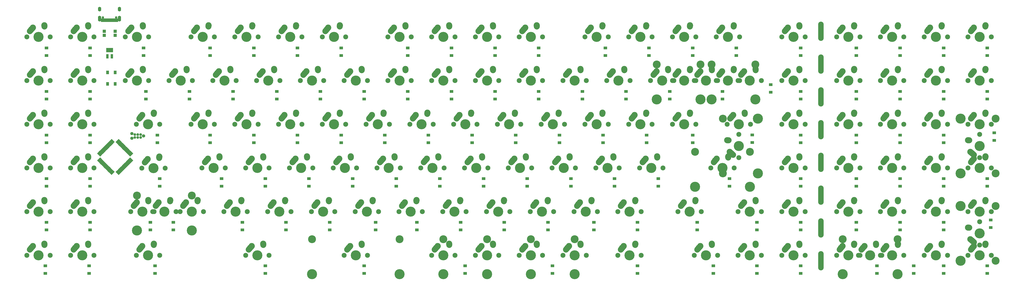
<source format=gbs>
G04 #@! TF.GenerationSoftware,KiCad,Pcbnew,(5.0.0-rc2-dev-733-g23a9fcd91)*
G04 #@! TF.CreationDate,2018-05-31T02:42:35-04:00*
G04 #@! TF.ProjectId,100plus,313030706C75732E6B696361645F7063,rev?*
G04 #@! TF.SameCoordinates,Original*
G04 #@! TF.FileFunction,Soldermask,Bot*
G04 #@! TF.FilePolarity,Negative*
%FSLAX45Y45*%
G04 Gerber Fmt 4.5, Leading zero omitted, Abs format (unit mm)*
G04 Created by KiCad (PCBNEW (5.0.0-rc2-dev-733-g23a9fcd91)) date 05/31/18 02:42:35*
%MOMM*%
%LPD*%
G01*
G04 APERTURE LIST*
%ADD10R,1.600000X1.300000*%
%ADD11C,2.650000*%
%ADD12C,2.650000*%
%ADD13C,4.387800*%
%ADD14C,2.150000*%
%ADD15C,3.448000*%
%ADD16O,2.400000X8.400000*%
%ADD17R,1.300000X1.600000*%
%ADD18R,0.700000X1.550000*%
%ADD19R,1.000000X1.550000*%
%ADD20O,1.400000X2.500000*%
%ADD21C,1.050000*%
%ADD22O,1.400000X2.000000*%
%ADD23C,1.184860*%
%ADD24C,1.388060*%
%ADD25C,1.385520*%
%ADD26R,1.400000X1.395000*%
%ADD27R,1.050000X1.960000*%
%ADD28C,0.950000*%
%ADD29C,0.100000*%
G04 APERTURE END LIST*
D10*
X11700000Y-15235000D03*
X11700000Y-15565000D03*
D11*
X11682000Y-14300625D03*
D12*
X11680000Y-14329625D02*
X11684000Y-14271625D01*
D11*
X11684000Y-14271625D03*
X11114500Y-14452625D03*
D12*
X11049000Y-14525625D02*
X11180000Y-14379625D01*
D13*
X11430000Y-14779625D03*
D11*
X11180000Y-14379625D03*
D14*
X10922000Y-14779625D03*
X11938000Y-14779625D03*
D13*
X37388800Y-15589250D03*
X35001200Y-15589250D03*
D15*
X37388800Y-14065250D03*
X35001200Y-14065250D03*
D14*
X36703000Y-14763750D03*
X35687000Y-14763750D03*
D11*
X35945000Y-14363750D03*
D13*
X36195000Y-14763750D03*
D11*
X35879500Y-14436750D03*
D12*
X35814000Y-14509750D02*
X35945000Y-14363750D01*
D11*
X36449000Y-14255750D03*
X36447000Y-14284750D03*
D12*
X36445000Y-14313750D02*
X36449000Y-14255750D01*
D10*
X32900000Y-13335000D03*
X32900000Y-13665000D03*
D16*
X40481250Y-17383125D03*
D17*
X9763125Y-10600000D03*
X9433125Y-10600000D03*
X9763125Y-11100000D03*
X9433125Y-11100000D03*
D10*
X6776250Y-9865000D03*
X6776250Y-9535000D03*
X8676250Y-9535000D03*
X8676250Y-9865000D03*
X11000000Y-9865000D03*
X11000000Y-9535000D03*
X13900000Y-9535000D03*
X13900000Y-9865000D03*
X15800000Y-9865000D03*
X15800000Y-9535000D03*
X17700000Y-9535000D03*
X17700000Y-9865000D03*
X19600000Y-9865000D03*
X19600000Y-9535000D03*
X22500000Y-9535000D03*
X22500000Y-9865000D03*
X24400000Y-9865000D03*
X24400000Y-9535000D03*
X26300000Y-9865000D03*
X26300000Y-9535000D03*
X28200000Y-9865000D03*
X28200000Y-9535000D03*
X31100000Y-9535000D03*
X31100000Y-9865000D03*
X33000000Y-9865000D03*
X33000000Y-9535000D03*
X34900000Y-9535000D03*
X34900000Y-9865000D03*
X36800000Y-9865000D03*
X36800000Y-9535000D03*
X39600000Y-9535000D03*
X39600000Y-9865000D03*
X42023750Y-9865000D03*
X42023750Y-9535000D03*
X43923750Y-9535000D03*
X43923750Y-9865000D03*
X45823750Y-9865000D03*
X45823750Y-9535000D03*
X47723750Y-9535000D03*
X47723750Y-9865000D03*
X6776250Y-11765000D03*
X6776250Y-11435000D03*
X8676250Y-11435000D03*
X8676250Y-11765000D03*
X11100000Y-11765000D03*
X11100000Y-11435000D03*
X13000000Y-11435000D03*
X13000000Y-11765000D03*
X14900000Y-11765000D03*
X14900000Y-11435000D03*
X16800000Y-11435000D03*
X16800000Y-11765000D03*
X18700000Y-11765000D03*
X18700000Y-11435000D03*
X20600000Y-11435000D03*
X20600000Y-11765000D03*
X22500000Y-11765000D03*
X22500000Y-11435000D03*
X24400000Y-11435000D03*
X24400000Y-11765000D03*
X26300000Y-11435000D03*
X26300000Y-11765000D03*
X28200000Y-11435000D03*
X28200000Y-11765000D03*
X30100000Y-11765000D03*
X30100000Y-11435000D03*
X32000000Y-11435000D03*
X32000000Y-11765000D03*
X33900000Y-11765000D03*
X33900000Y-11435000D03*
X36200000Y-11435000D03*
X36200000Y-11765000D03*
X38300000Y-11465000D03*
X38300000Y-11135000D03*
X39600000Y-11435000D03*
X39600000Y-11765000D03*
X42023750Y-11765000D03*
X42023750Y-11435000D03*
X43923750Y-11435000D03*
X43923750Y-11765000D03*
X45823750Y-11435000D03*
X45823750Y-11765000D03*
X47723750Y-11435000D03*
X47723750Y-11765000D03*
X6776250Y-13665000D03*
X6776250Y-13335000D03*
X8676250Y-13335000D03*
X8676250Y-13665000D03*
X11600000Y-13665000D03*
X11600000Y-13335000D03*
X13900000Y-13335000D03*
X13900000Y-13665000D03*
X15800000Y-13665000D03*
X15800000Y-13335000D03*
X17700000Y-13335000D03*
X17700000Y-13665000D03*
X19600000Y-13665000D03*
X19600000Y-13335000D03*
X21500000Y-13335000D03*
X21500000Y-13665000D03*
X23400000Y-13665000D03*
X23400000Y-13335000D03*
X25300000Y-13335000D03*
X25300000Y-13665000D03*
X27200000Y-13665000D03*
X27200000Y-13335000D03*
X29100000Y-13335000D03*
X29100000Y-13665000D03*
X31000000Y-13665000D03*
X31000000Y-13335000D03*
X34900000Y-13665000D03*
X34900000Y-13335000D03*
X37497000Y-13326000D03*
X37497000Y-13656000D03*
X39600000Y-13665000D03*
X39600000Y-13335000D03*
X42023750Y-13335000D03*
X42023750Y-13665000D03*
X43923750Y-13665000D03*
X43923750Y-13335000D03*
X45823750Y-13335000D03*
X45823750Y-13665000D03*
X48023750Y-13565000D03*
X48023750Y-13235000D03*
X6776250Y-15235000D03*
X6776250Y-15565000D03*
X8676250Y-15565000D03*
X8676250Y-15235000D03*
X14400000Y-15565000D03*
X14400000Y-15235000D03*
X16300000Y-15235000D03*
X16300000Y-15565000D03*
X18200000Y-15565000D03*
X18200000Y-15235000D03*
X20100000Y-15235000D03*
X20100000Y-15565000D03*
X22000000Y-15565000D03*
X22000000Y-15235000D03*
X23900000Y-15235000D03*
X23900000Y-15565000D03*
X25800000Y-15565000D03*
X25800000Y-15235000D03*
X27700000Y-15565000D03*
X27700000Y-15235000D03*
X29600000Y-15565000D03*
X29600000Y-15235000D03*
X31500000Y-15235000D03*
X31500000Y-15565000D03*
X33400000Y-15565000D03*
X33400000Y-15235000D03*
X36500000Y-15235000D03*
X36500000Y-15565000D03*
X39600000Y-15565000D03*
X39600000Y-15235000D03*
X42023750Y-15235000D03*
X42023750Y-15565000D03*
X43923750Y-15565000D03*
X43923750Y-15235000D03*
X45823750Y-15235000D03*
X45823750Y-15565000D03*
X47723750Y-15565000D03*
X47723750Y-15235000D03*
X6776250Y-17465000D03*
X6776250Y-17135000D03*
X8676250Y-17465000D03*
X8676250Y-17135000D03*
X11300000Y-17465000D03*
X11300000Y-17135000D03*
X12300000Y-17135000D03*
X12300000Y-17465000D03*
X15300000Y-17465000D03*
X15300000Y-17135000D03*
X17200000Y-17135000D03*
X17200000Y-17465000D03*
X19100000Y-17135000D03*
X19100000Y-17465000D03*
X21100000Y-17465000D03*
X21100000Y-17135000D03*
X22900000Y-17135000D03*
X22900000Y-17465000D03*
X24800000Y-17135000D03*
X24800000Y-17465000D03*
X26700000Y-17135000D03*
X26700000Y-17465000D03*
X28600000Y-17135000D03*
X28600000Y-17465000D03*
X30600000Y-17135000D03*
X30600000Y-17465000D03*
X32500000Y-17135000D03*
X32500000Y-17465000D03*
X35100000Y-17465000D03*
X35100000Y-17135000D03*
X37700000Y-17465000D03*
X37700000Y-17135000D03*
X39600000Y-17135000D03*
X39600000Y-17465000D03*
X42023750Y-17135000D03*
X42023750Y-17465000D03*
X43923750Y-17135000D03*
X43923750Y-17465000D03*
X45823750Y-17135000D03*
X45823750Y-17465000D03*
X47873750Y-17365000D03*
X47873750Y-17035000D03*
X6726250Y-19365000D03*
X6726250Y-19035000D03*
X8626250Y-19365000D03*
X8626250Y-19035000D03*
X11500000Y-19035000D03*
X11500000Y-19365000D03*
X16300000Y-19035000D03*
X16300000Y-19365000D03*
X20600000Y-19365000D03*
X20600000Y-19035000D03*
X25000000Y-19365000D03*
X25000000Y-19035000D03*
X28800000Y-19365000D03*
X28800000Y-19035000D03*
X32500000Y-19035000D03*
X32500000Y-19365000D03*
X35800000Y-19365000D03*
X35800000Y-19035000D03*
X37700000Y-19365000D03*
X37700000Y-19035000D03*
X39600000Y-19365000D03*
X39600000Y-19035000D03*
X42923750Y-19365000D03*
X42923750Y-19035000D03*
X44523750Y-19365000D03*
X44523750Y-19035000D03*
X45823750Y-19035000D03*
X45823750Y-19365000D03*
X47723750Y-19365000D03*
X47723750Y-19035000D03*
D18*
X9492380Y-8326400D03*
D19*
X9837380Y-8326400D03*
X9757380Y-8326400D03*
X9277380Y-8326400D03*
D20*
X9085380Y-8259900D03*
D21*
X9228380Y-8209900D03*
D20*
X9949380Y-8259900D03*
D22*
X9085380Y-7841900D03*
X9949380Y-7841900D03*
D19*
X9197380Y-8326400D03*
D21*
X9806380Y-8209900D03*
D18*
X9542380Y-8326400D03*
X9592380Y-8326400D03*
X9642380Y-8326400D03*
X9692380Y-8326400D03*
X9442380Y-8326400D03*
X9392380Y-8326400D03*
X9342380Y-8326400D03*
D14*
X6937375Y-9048750D03*
X5921375Y-9048750D03*
D11*
X6179375Y-8648750D03*
D13*
X6429375Y-9048750D03*
D11*
X6113875Y-8721750D03*
D12*
X6048375Y-8794750D02*
X6179375Y-8648750D01*
D11*
X6683375Y-8540750D03*
X6681375Y-8569750D03*
D12*
X6679375Y-8598750D02*
X6683375Y-8540750D01*
D14*
X8842375Y-9048750D03*
X7826375Y-9048750D03*
D11*
X8084375Y-8648750D03*
D13*
X8334375Y-9048750D03*
D11*
X8018875Y-8721750D03*
D12*
X7953375Y-8794750D02*
X8084375Y-8648750D01*
D11*
X8588375Y-8540750D03*
X8586375Y-8569750D03*
D12*
X8584375Y-8598750D02*
X8588375Y-8540750D01*
D11*
X10967625Y-8569750D03*
D12*
X10965625Y-8598750D02*
X10969625Y-8540750D01*
D11*
X10969625Y-8540750D03*
X10400125Y-8721750D03*
D12*
X10334625Y-8794750D02*
X10465625Y-8648750D01*
D13*
X10715625Y-9048750D03*
D11*
X10465625Y-8648750D03*
D14*
X10207625Y-9048750D03*
X11223625Y-9048750D03*
X14081125Y-9048750D03*
X13065125Y-9048750D03*
D11*
X13323125Y-8648750D03*
D13*
X13573125Y-9048750D03*
D11*
X13257625Y-8721750D03*
D12*
X13192125Y-8794750D02*
X13323125Y-8648750D01*
D11*
X13827125Y-8540750D03*
X13825125Y-8569750D03*
D12*
X13823125Y-8598750D02*
X13827125Y-8540750D01*
D14*
X15986125Y-9048750D03*
X14970125Y-9048750D03*
D11*
X15228125Y-8648750D03*
D13*
X15478125Y-9048750D03*
D11*
X15162625Y-8721750D03*
D12*
X15097125Y-8794750D02*
X15228125Y-8648750D01*
D11*
X15732125Y-8540750D03*
X15730125Y-8569750D03*
D12*
X15728125Y-8598750D02*
X15732125Y-8540750D01*
D11*
X17635125Y-8569750D03*
D12*
X17633125Y-8598750D02*
X17637125Y-8540750D01*
D11*
X17637125Y-8540750D03*
X17067625Y-8721750D03*
D12*
X17002125Y-8794750D02*
X17133125Y-8648750D01*
D13*
X17383125Y-9048750D03*
D11*
X17133125Y-8648750D03*
D14*
X16875125Y-9048750D03*
X17891125Y-9048750D03*
D11*
X19540125Y-8569750D03*
D12*
X19538125Y-8598750D02*
X19542125Y-8540750D01*
D11*
X19542125Y-8540750D03*
X18972625Y-8721750D03*
D12*
X18907125Y-8794750D02*
X19038125Y-8648750D01*
D13*
X19288125Y-9048750D03*
D11*
X19038125Y-8648750D03*
D14*
X18780125Y-9048750D03*
X19796125Y-9048750D03*
X22653625Y-9048750D03*
X21637625Y-9048750D03*
D11*
X21895625Y-8648750D03*
D13*
X22145625Y-9048750D03*
D11*
X21830125Y-8721750D03*
D12*
X21764625Y-8794750D02*
X21895625Y-8648750D01*
D11*
X22399625Y-8540750D03*
X22397625Y-8569750D03*
D12*
X22395625Y-8598750D02*
X22399625Y-8540750D01*
D11*
X24302625Y-8569750D03*
D12*
X24300625Y-8598750D02*
X24304625Y-8540750D01*
D11*
X24304625Y-8540750D03*
X23735125Y-8721750D03*
D12*
X23669625Y-8794750D02*
X23800625Y-8648750D01*
D13*
X24050625Y-9048750D03*
D11*
X23800625Y-8648750D03*
D14*
X23542625Y-9048750D03*
X24558625Y-9048750D03*
X26463625Y-9048750D03*
X25447625Y-9048750D03*
D11*
X25705625Y-8648750D03*
D13*
X25955625Y-9048750D03*
D11*
X25640125Y-8721750D03*
D12*
X25574625Y-8794750D02*
X25705625Y-8648750D01*
D11*
X26209625Y-8540750D03*
X26207625Y-8569750D03*
D12*
X26205625Y-8598750D02*
X26209625Y-8540750D01*
D14*
X28368625Y-9048750D03*
X27352625Y-9048750D03*
D11*
X27610625Y-8648750D03*
D13*
X27860625Y-9048750D03*
D11*
X27545125Y-8721750D03*
D12*
X27479625Y-8794750D02*
X27610625Y-8648750D01*
D11*
X28114625Y-8540750D03*
X28112625Y-8569750D03*
D12*
X28110625Y-8598750D02*
X28114625Y-8540750D01*
D11*
X30970125Y-8569750D03*
D12*
X30968125Y-8598750D02*
X30972125Y-8540750D01*
D11*
X30972125Y-8540750D03*
X30402625Y-8721750D03*
D12*
X30337125Y-8794750D02*
X30468125Y-8648750D01*
D13*
X30718125Y-9048750D03*
D11*
X30468125Y-8648750D03*
D14*
X30210125Y-9048750D03*
X31226125Y-9048750D03*
X33131125Y-9048750D03*
X32115125Y-9048750D03*
D11*
X32373125Y-8648750D03*
D13*
X32623125Y-9048750D03*
D11*
X32307625Y-8721750D03*
D12*
X32242125Y-8794750D02*
X32373125Y-8648750D01*
D11*
X32877125Y-8540750D03*
X32875125Y-8569750D03*
D12*
X32873125Y-8598750D02*
X32877125Y-8540750D01*
D11*
X34780125Y-8569750D03*
D12*
X34778125Y-8598750D02*
X34782125Y-8540750D01*
D11*
X34782125Y-8540750D03*
X34212625Y-8721750D03*
D12*
X34147125Y-8794750D02*
X34278125Y-8648750D01*
D13*
X34528125Y-9048750D03*
D11*
X34278125Y-8648750D03*
D14*
X34020125Y-9048750D03*
X35036125Y-9048750D03*
D11*
X36685125Y-8569750D03*
D12*
X36683125Y-8598750D02*
X36687125Y-8540750D01*
D11*
X36687125Y-8540750D03*
X36117625Y-8721750D03*
D12*
X36052125Y-8794750D02*
X36183125Y-8648750D01*
D13*
X36433125Y-9048750D03*
D11*
X36183125Y-8648750D03*
D14*
X35925125Y-9048750D03*
X36941125Y-9048750D03*
X39798625Y-9048750D03*
X38782625Y-9048750D03*
D11*
X39040625Y-8648750D03*
D13*
X39290625Y-9048750D03*
D11*
X38975125Y-8721750D03*
D12*
X38909625Y-8794750D02*
X39040625Y-8648750D01*
D11*
X39544625Y-8540750D03*
X39542625Y-8569750D03*
D12*
X39540625Y-8598750D02*
X39544625Y-8540750D01*
D14*
X42179875Y-9048750D03*
X41163875Y-9048750D03*
D11*
X41421875Y-8648750D03*
D13*
X41671875Y-9048750D03*
D11*
X41356375Y-8721750D03*
D12*
X41290875Y-8794750D02*
X41421875Y-8648750D01*
D11*
X41925875Y-8540750D03*
X41923875Y-8569750D03*
D12*
X41921875Y-8598750D02*
X41925875Y-8540750D01*
D14*
X44084875Y-9048750D03*
X43068875Y-9048750D03*
D11*
X43326875Y-8648750D03*
D13*
X43576875Y-9048750D03*
D11*
X43261375Y-8721750D03*
D12*
X43195875Y-8794750D02*
X43326875Y-8648750D01*
D11*
X43830875Y-8540750D03*
X43828875Y-8569750D03*
D12*
X43826875Y-8598750D02*
X43830875Y-8540750D01*
D11*
X45733875Y-8569750D03*
D12*
X45731875Y-8598750D02*
X45735875Y-8540750D01*
D11*
X45735875Y-8540750D03*
X45166375Y-8721750D03*
D12*
X45100875Y-8794750D02*
X45231875Y-8648750D01*
D13*
X45481875Y-9048750D03*
D11*
X45231875Y-8648750D03*
D14*
X44973875Y-9048750D03*
X45989875Y-9048750D03*
D11*
X47638875Y-8569750D03*
D12*
X47636875Y-8598750D02*
X47640875Y-8540750D01*
D11*
X47640875Y-8540750D03*
X47071375Y-8721750D03*
D12*
X47005875Y-8794750D02*
X47136875Y-8648750D01*
D13*
X47386875Y-9048750D03*
D11*
X47136875Y-8648750D03*
D14*
X46878875Y-9048750D03*
X47894875Y-9048750D03*
D11*
X6681375Y-10474750D03*
D12*
X6679375Y-10503750D02*
X6683375Y-10445750D01*
D11*
X6683375Y-10445750D03*
X6113875Y-10626750D03*
D12*
X6048375Y-10699750D02*
X6179375Y-10553750D01*
D13*
X6429375Y-10953750D03*
D11*
X6179375Y-10553750D03*
D14*
X5921375Y-10953750D03*
X6937375Y-10953750D03*
X8842375Y-10953750D03*
X7826375Y-10953750D03*
D11*
X8084375Y-10553750D03*
D13*
X8334375Y-10953750D03*
D11*
X8018875Y-10626750D03*
D12*
X7953375Y-10699750D02*
X8084375Y-10553750D01*
D11*
X8588375Y-10445750D03*
X8586375Y-10474750D03*
D12*
X8584375Y-10503750D02*
X8588375Y-10445750D01*
D11*
X10967625Y-10474750D03*
D12*
X10965625Y-10503750D02*
X10969625Y-10445750D01*
D11*
X10969625Y-10445750D03*
X10400125Y-10626750D03*
D12*
X10334625Y-10699750D02*
X10465625Y-10553750D01*
D13*
X10715625Y-10953750D03*
D11*
X10465625Y-10553750D03*
D14*
X10207625Y-10953750D03*
X11223625Y-10953750D03*
X13128625Y-10953750D03*
X12112625Y-10953750D03*
D11*
X12370625Y-10553750D03*
D13*
X12620625Y-10953750D03*
D11*
X12305125Y-10626750D03*
D12*
X12239625Y-10699750D02*
X12370625Y-10553750D01*
D11*
X12874625Y-10445750D03*
X12872625Y-10474750D03*
D12*
X12870625Y-10503750D02*
X12874625Y-10445750D01*
D14*
X15033625Y-10953750D03*
X14017625Y-10953750D03*
D11*
X14275625Y-10553750D03*
D13*
X14525625Y-10953750D03*
D11*
X14210125Y-10626750D03*
D12*
X14144625Y-10699750D02*
X14275625Y-10553750D01*
D11*
X14779625Y-10445750D03*
X14777625Y-10474750D03*
D12*
X14775625Y-10503750D02*
X14779625Y-10445750D01*
D11*
X16682625Y-10474750D03*
D12*
X16680625Y-10503750D02*
X16684625Y-10445750D01*
D11*
X16684625Y-10445750D03*
X16115125Y-10626750D03*
D12*
X16049625Y-10699750D02*
X16180625Y-10553750D01*
D13*
X16430625Y-10953750D03*
D11*
X16180625Y-10553750D03*
D14*
X15922625Y-10953750D03*
X16938625Y-10953750D03*
D11*
X18587625Y-10474750D03*
D12*
X18585625Y-10503750D02*
X18589625Y-10445750D01*
D11*
X18589625Y-10445750D03*
X18020125Y-10626750D03*
D12*
X17954625Y-10699750D02*
X18085625Y-10553750D01*
D13*
X18335625Y-10953750D03*
D11*
X18085625Y-10553750D03*
D14*
X17827625Y-10953750D03*
X18843625Y-10953750D03*
X20748625Y-10953750D03*
X19732625Y-10953750D03*
D11*
X19990625Y-10553750D03*
D13*
X20240625Y-10953750D03*
D11*
X19925125Y-10626750D03*
D12*
X19859625Y-10699750D02*
X19990625Y-10553750D01*
D11*
X20494625Y-10445750D03*
X20492625Y-10474750D03*
D12*
X20490625Y-10503750D02*
X20494625Y-10445750D01*
D11*
X22397625Y-10474750D03*
D12*
X22395625Y-10503750D02*
X22399625Y-10445750D01*
D11*
X22399625Y-10445750D03*
X21830125Y-10626750D03*
D12*
X21764625Y-10699750D02*
X21895625Y-10553750D01*
D13*
X22145625Y-10953750D03*
D11*
X21895625Y-10553750D03*
D14*
X21637625Y-10953750D03*
X22653625Y-10953750D03*
X24558625Y-10953750D03*
X23542625Y-10953750D03*
D11*
X23800625Y-10553750D03*
D13*
X24050625Y-10953750D03*
D11*
X23735125Y-10626750D03*
D12*
X23669625Y-10699750D02*
X23800625Y-10553750D01*
D11*
X24304625Y-10445750D03*
X24302625Y-10474750D03*
D12*
X24300625Y-10503750D02*
X24304625Y-10445750D01*
D11*
X26207625Y-10474750D03*
D12*
X26205625Y-10503750D02*
X26209625Y-10445750D01*
D11*
X26209625Y-10445750D03*
X25640125Y-10626750D03*
D12*
X25574625Y-10699750D02*
X25705625Y-10553750D01*
D13*
X25955625Y-10953750D03*
D11*
X25705625Y-10553750D03*
D14*
X25447625Y-10953750D03*
X26463625Y-10953750D03*
D11*
X28112625Y-10474750D03*
D12*
X28110625Y-10503750D02*
X28114625Y-10445750D01*
D11*
X28114625Y-10445750D03*
X27545125Y-10626750D03*
D12*
X27479625Y-10699750D02*
X27610625Y-10553750D01*
D13*
X27860625Y-10953750D03*
D11*
X27610625Y-10553750D03*
D14*
X27352625Y-10953750D03*
X28368625Y-10953750D03*
X30273625Y-10953750D03*
X29257625Y-10953750D03*
D11*
X29515625Y-10553750D03*
D13*
X29765625Y-10953750D03*
D11*
X29450125Y-10626750D03*
D12*
X29384625Y-10699750D02*
X29515625Y-10553750D01*
D11*
X30019625Y-10445750D03*
X30017625Y-10474750D03*
D12*
X30015625Y-10503750D02*
X30019625Y-10445750D01*
D11*
X31922625Y-10474750D03*
D12*
X31920625Y-10503750D02*
X31924625Y-10445750D01*
D11*
X31924625Y-10445750D03*
X31355125Y-10626750D03*
D12*
X31289625Y-10699750D02*
X31420625Y-10553750D01*
D13*
X31670625Y-10953750D03*
D11*
X31420625Y-10553750D03*
D14*
X31162625Y-10953750D03*
X32178625Y-10953750D03*
X34083625Y-10953750D03*
X33067625Y-10953750D03*
D11*
X33325625Y-10553750D03*
D13*
X33575625Y-10953750D03*
D11*
X33260125Y-10626750D03*
D12*
X33194625Y-10699750D02*
X33325625Y-10553750D01*
D11*
X33829625Y-10445750D03*
X33827625Y-10474750D03*
D12*
X33825625Y-10503750D02*
X33829625Y-10445750D01*
D14*
X35988625Y-10953750D03*
X34972625Y-10953750D03*
D11*
X35230625Y-10553750D03*
D13*
X35480625Y-10953750D03*
D11*
X35165125Y-10626750D03*
D12*
X35099625Y-10699750D02*
X35230625Y-10553750D01*
D11*
X35734625Y-10445750D03*
X35732625Y-10474750D03*
D12*
X35730625Y-10503750D02*
X35734625Y-10445750D01*
D14*
X37893625Y-10953750D03*
X36877625Y-10953750D03*
D11*
X37135625Y-10553750D03*
D13*
X37385625Y-10953750D03*
D11*
X37070125Y-10626750D03*
D12*
X37004625Y-10699750D02*
X37135625Y-10553750D01*
D11*
X37639625Y-10445750D03*
X37637625Y-10474750D03*
D12*
X37635625Y-10503750D02*
X37639625Y-10445750D01*
D11*
X39542625Y-10474750D03*
D12*
X39540625Y-10503750D02*
X39544625Y-10445750D01*
D11*
X39544625Y-10445750D03*
X38975125Y-10626750D03*
D12*
X38909625Y-10699750D02*
X39040625Y-10553750D01*
D13*
X39290625Y-10953750D03*
D11*
X39040625Y-10553750D03*
D14*
X38782625Y-10953750D03*
X39798625Y-10953750D03*
D11*
X41923875Y-10474750D03*
D12*
X41921875Y-10503750D02*
X41925875Y-10445750D01*
D11*
X41925875Y-10445750D03*
X41356375Y-10626750D03*
D12*
X41290875Y-10699750D02*
X41421875Y-10553750D01*
D13*
X41671875Y-10953750D03*
D11*
X41421875Y-10553750D03*
D14*
X41163875Y-10953750D03*
X42179875Y-10953750D03*
X44084875Y-10953750D03*
X43068875Y-10953750D03*
D11*
X43326875Y-10553750D03*
D13*
X43576875Y-10953750D03*
D11*
X43261375Y-10626750D03*
D12*
X43195875Y-10699750D02*
X43326875Y-10553750D01*
D11*
X43830875Y-10445750D03*
X43828875Y-10474750D03*
D12*
X43826875Y-10503750D02*
X43830875Y-10445750D01*
D14*
X45989875Y-10953750D03*
X44973875Y-10953750D03*
D11*
X45231875Y-10553750D03*
D13*
X45481875Y-10953750D03*
D11*
X45166375Y-10626750D03*
D12*
X45100875Y-10699750D02*
X45231875Y-10553750D01*
D11*
X45735875Y-10445750D03*
X45733875Y-10474750D03*
D12*
X45731875Y-10503750D02*
X45735875Y-10445750D01*
D14*
X47894875Y-10953750D03*
X46878875Y-10953750D03*
D11*
X47136875Y-10553750D03*
D13*
X47386875Y-10953750D03*
D11*
X47071375Y-10626750D03*
D12*
X47005875Y-10699750D02*
X47136875Y-10553750D01*
D11*
X47640875Y-10445750D03*
X47638875Y-10474750D03*
D12*
X47636875Y-10503750D02*
X47640875Y-10445750D01*
D11*
X6681375Y-12379750D03*
D12*
X6679375Y-12408750D02*
X6683375Y-12350750D01*
D11*
X6683375Y-12350750D03*
X6113875Y-12531750D03*
D12*
X6048375Y-12604750D02*
X6179375Y-12458750D01*
D13*
X6429375Y-12858750D03*
D11*
X6179375Y-12458750D03*
D14*
X5921375Y-12858750D03*
X6937375Y-12858750D03*
X8842375Y-12858750D03*
X7826375Y-12858750D03*
D11*
X8084375Y-12458750D03*
D13*
X8334375Y-12858750D03*
D11*
X8018875Y-12531750D03*
D12*
X7953375Y-12604750D02*
X8084375Y-12458750D01*
D11*
X8588375Y-12350750D03*
X8586375Y-12379750D03*
D12*
X8584375Y-12408750D02*
X8588375Y-12350750D01*
D11*
X11443875Y-12379750D03*
D12*
X11441875Y-12408750D02*
X11445875Y-12350750D01*
D11*
X11445875Y-12350750D03*
X10876375Y-12531750D03*
D12*
X10810875Y-12604750D02*
X10941875Y-12458750D01*
D13*
X11191875Y-12858750D03*
D11*
X10941875Y-12458750D03*
D14*
X10683875Y-12858750D03*
X11699875Y-12858750D03*
X14081125Y-12858750D03*
X13065125Y-12858750D03*
D11*
X13323125Y-12458750D03*
D13*
X13573125Y-12858750D03*
D11*
X13257625Y-12531750D03*
D12*
X13192125Y-12604750D02*
X13323125Y-12458750D01*
D11*
X13827125Y-12350750D03*
X13825125Y-12379750D03*
D12*
X13823125Y-12408750D02*
X13827125Y-12350750D01*
D14*
X15986125Y-12858750D03*
X14970125Y-12858750D03*
D11*
X15228125Y-12458750D03*
D13*
X15478125Y-12858750D03*
D11*
X15162625Y-12531750D03*
D12*
X15097125Y-12604750D02*
X15228125Y-12458750D01*
D11*
X15732125Y-12350750D03*
X15730125Y-12379750D03*
D12*
X15728125Y-12408750D02*
X15732125Y-12350750D01*
D11*
X17635125Y-12379750D03*
D12*
X17633125Y-12408750D02*
X17637125Y-12350750D01*
D11*
X17637125Y-12350750D03*
X17067625Y-12531750D03*
D12*
X17002125Y-12604750D02*
X17133125Y-12458750D01*
D13*
X17383125Y-12858750D03*
D11*
X17133125Y-12458750D03*
D14*
X16875125Y-12858750D03*
X17891125Y-12858750D03*
D11*
X19540125Y-12379750D03*
D12*
X19538125Y-12408750D02*
X19542125Y-12350750D01*
D11*
X19542125Y-12350750D03*
X18972625Y-12531750D03*
D12*
X18907125Y-12604750D02*
X19038125Y-12458750D01*
D13*
X19288125Y-12858750D03*
D11*
X19038125Y-12458750D03*
D14*
X18780125Y-12858750D03*
X19796125Y-12858750D03*
X21701125Y-12858750D03*
X20685125Y-12858750D03*
D11*
X20943125Y-12458750D03*
D13*
X21193125Y-12858750D03*
D11*
X20877625Y-12531750D03*
D12*
X20812125Y-12604750D02*
X20943125Y-12458750D01*
D11*
X21447125Y-12350750D03*
X21445125Y-12379750D03*
D12*
X21443125Y-12408750D02*
X21447125Y-12350750D01*
D14*
X23606125Y-12858750D03*
X22590125Y-12858750D03*
D11*
X22848125Y-12458750D03*
D13*
X23098125Y-12858750D03*
D11*
X22782625Y-12531750D03*
D12*
X22717125Y-12604750D02*
X22848125Y-12458750D01*
D11*
X23352125Y-12350750D03*
X23350125Y-12379750D03*
D12*
X23348125Y-12408750D02*
X23352125Y-12350750D01*
D14*
X25511125Y-12858750D03*
X24495125Y-12858750D03*
D11*
X24753125Y-12458750D03*
D13*
X25003125Y-12858750D03*
D11*
X24687625Y-12531750D03*
D12*
X24622125Y-12604750D02*
X24753125Y-12458750D01*
D11*
X25257125Y-12350750D03*
X25255125Y-12379750D03*
D12*
X25253125Y-12408750D02*
X25257125Y-12350750D01*
D11*
X27160125Y-12379750D03*
D12*
X27158125Y-12408750D02*
X27162125Y-12350750D01*
D11*
X27162125Y-12350750D03*
X26592625Y-12531750D03*
D12*
X26527125Y-12604750D02*
X26658125Y-12458750D01*
D13*
X26908125Y-12858750D03*
D11*
X26658125Y-12458750D03*
D14*
X26400125Y-12858750D03*
X27416125Y-12858750D03*
D11*
X29065125Y-12379750D03*
D12*
X29063125Y-12408750D02*
X29067125Y-12350750D01*
D11*
X29067125Y-12350750D03*
X28497625Y-12531750D03*
D12*
X28432125Y-12604750D02*
X28563125Y-12458750D01*
D13*
X28813125Y-12858750D03*
D11*
X28563125Y-12458750D03*
D14*
X28305125Y-12858750D03*
X29321125Y-12858750D03*
X31226125Y-12858750D03*
X30210125Y-12858750D03*
D11*
X30468125Y-12458750D03*
D13*
X30718125Y-12858750D03*
D11*
X30402625Y-12531750D03*
D12*
X30337125Y-12604750D02*
X30468125Y-12458750D01*
D11*
X30972125Y-12350750D03*
X30970125Y-12379750D03*
D12*
X30968125Y-12408750D02*
X30972125Y-12350750D01*
D14*
X33131125Y-12858750D03*
X32115125Y-12858750D03*
D11*
X32373125Y-12458750D03*
D13*
X32623125Y-12858750D03*
D11*
X32307625Y-12531750D03*
D12*
X32242125Y-12604750D02*
X32373125Y-12458750D01*
D11*
X32877125Y-12350750D03*
X32875125Y-12379750D03*
D12*
X32873125Y-12408750D02*
X32877125Y-12350750D01*
D11*
X34780125Y-12379750D03*
D12*
X34778125Y-12408750D02*
X34782125Y-12350750D01*
D11*
X34782125Y-12350750D03*
X34212625Y-12531750D03*
D12*
X34147125Y-12604750D02*
X34278125Y-12458750D01*
D13*
X34528125Y-12858750D03*
D11*
X34278125Y-12458750D03*
D14*
X34020125Y-12858750D03*
X35036125Y-12858750D03*
D11*
X37161375Y-12379750D03*
D12*
X37159375Y-12408750D02*
X37163375Y-12350750D01*
D11*
X37163375Y-12350750D03*
X36593875Y-12531750D03*
D12*
X36528375Y-12604750D02*
X36659375Y-12458750D01*
D13*
X36909375Y-12858750D03*
D11*
X36659375Y-12458750D03*
D14*
X36401375Y-12858750D03*
X37417375Y-12858750D03*
D11*
X39542625Y-12379750D03*
D12*
X39540625Y-12408750D02*
X39544625Y-12350750D01*
D11*
X39544625Y-12350750D03*
X38975125Y-12531750D03*
D12*
X38909625Y-12604750D02*
X39040625Y-12458750D01*
D13*
X39290625Y-12858750D03*
D11*
X39040625Y-12458750D03*
D14*
X38782625Y-12858750D03*
X39798625Y-12858750D03*
X42179875Y-12858750D03*
X41163875Y-12858750D03*
D11*
X41421875Y-12458750D03*
D13*
X41671875Y-12858750D03*
D11*
X41356375Y-12531750D03*
D12*
X41290875Y-12604750D02*
X41421875Y-12458750D01*
D11*
X41925875Y-12350750D03*
X41923875Y-12379750D03*
D12*
X41921875Y-12408750D02*
X41925875Y-12350750D01*
D14*
X44084875Y-12858750D03*
X43068875Y-12858750D03*
D11*
X43326875Y-12458750D03*
D13*
X43576875Y-12858750D03*
D11*
X43261375Y-12531750D03*
D12*
X43195875Y-12604750D02*
X43326875Y-12458750D01*
D11*
X43830875Y-12350750D03*
X43828875Y-12379750D03*
D12*
X43826875Y-12408750D02*
X43830875Y-12350750D01*
D11*
X45733875Y-12379750D03*
D12*
X45731875Y-12408750D02*
X45735875Y-12350750D01*
D11*
X45735875Y-12350750D03*
X45166375Y-12531750D03*
D12*
X45100875Y-12604750D02*
X45231875Y-12458750D01*
D13*
X45481875Y-12858750D03*
D11*
X45231875Y-12458750D03*
D14*
X44973875Y-12858750D03*
X45989875Y-12858750D03*
X47894875Y-12858750D03*
X46878875Y-12858750D03*
D11*
X47136875Y-12458750D03*
D13*
X47386875Y-12858750D03*
D11*
X47071375Y-12531750D03*
D12*
X47005875Y-12604750D02*
X47136875Y-12458750D01*
D11*
X47640875Y-12350750D03*
X47638875Y-12379750D03*
D12*
X47636875Y-12408750D02*
X47640875Y-12350750D01*
D13*
X46561375Y-12617450D03*
X46561375Y-15005050D03*
D15*
X48085375Y-12617450D03*
X48085375Y-15005050D03*
D14*
X47386875Y-13303250D03*
X47386875Y-14319250D03*
D11*
X46986875Y-14061250D03*
D13*
X47386875Y-13811250D03*
D11*
X47059875Y-14126750D03*
D12*
X47132875Y-14192250D02*
X46986875Y-14061250D01*
D11*
X46878875Y-13557250D03*
X46907875Y-13559250D03*
D12*
X46936875Y-13561250D02*
X46878875Y-13557250D01*
D14*
X6937375Y-14763750D03*
X5921375Y-14763750D03*
D11*
X6179375Y-14363750D03*
D13*
X6429375Y-14763750D03*
D11*
X6113875Y-14436750D03*
D12*
X6048375Y-14509750D02*
X6179375Y-14363750D01*
D11*
X6683375Y-14255750D03*
X6681375Y-14284750D03*
D12*
X6679375Y-14313750D02*
X6683375Y-14255750D01*
D11*
X8586375Y-14284750D03*
D12*
X8584375Y-14313750D02*
X8588375Y-14255750D01*
D11*
X8588375Y-14255750D03*
X8018875Y-14436750D03*
D12*
X7953375Y-14509750D02*
X8084375Y-14363750D01*
D13*
X8334375Y-14763750D03*
D11*
X8084375Y-14363750D03*
D14*
X7826375Y-14763750D03*
X8842375Y-14763750D03*
D11*
X14301375Y-14284750D03*
D12*
X14299375Y-14313750D02*
X14303375Y-14255750D01*
D11*
X14303375Y-14255750D03*
X13733875Y-14436750D03*
D12*
X13668375Y-14509750D02*
X13799375Y-14363750D01*
D13*
X14049375Y-14763750D03*
D11*
X13799375Y-14363750D03*
D14*
X13541375Y-14763750D03*
X14557375Y-14763750D03*
X16462375Y-14763750D03*
X15446375Y-14763750D03*
D11*
X15704375Y-14363750D03*
D13*
X15954375Y-14763750D03*
D11*
X15638875Y-14436750D03*
D12*
X15573375Y-14509750D02*
X15704375Y-14363750D01*
D11*
X16208375Y-14255750D03*
X16206375Y-14284750D03*
D12*
X16204375Y-14313750D02*
X16208375Y-14255750D01*
D14*
X18367375Y-14763750D03*
X17351375Y-14763750D03*
D11*
X17609375Y-14363750D03*
D13*
X17859375Y-14763750D03*
D11*
X17543875Y-14436750D03*
D12*
X17478375Y-14509750D02*
X17609375Y-14363750D01*
D11*
X18113375Y-14255750D03*
X18111375Y-14284750D03*
D12*
X18109375Y-14313750D02*
X18113375Y-14255750D01*
D11*
X20016375Y-14284750D03*
D12*
X20014375Y-14313750D02*
X20018375Y-14255750D01*
D11*
X20018375Y-14255750D03*
X19448875Y-14436750D03*
D12*
X19383375Y-14509750D02*
X19514375Y-14363750D01*
D13*
X19764375Y-14763750D03*
D11*
X19514375Y-14363750D03*
D14*
X19256375Y-14763750D03*
X20272375Y-14763750D03*
X22177375Y-14763750D03*
X21161375Y-14763750D03*
D11*
X21419375Y-14363750D03*
D13*
X21669375Y-14763750D03*
D11*
X21353875Y-14436750D03*
D12*
X21288375Y-14509750D02*
X21419375Y-14363750D01*
D11*
X21923375Y-14255750D03*
X21921375Y-14284750D03*
D12*
X21919375Y-14313750D02*
X21923375Y-14255750D01*
D14*
X24082375Y-14763750D03*
X23066375Y-14763750D03*
D11*
X23324375Y-14363750D03*
D13*
X23574375Y-14763750D03*
D11*
X23258875Y-14436750D03*
D12*
X23193375Y-14509750D02*
X23324375Y-14363750D01*
D11*
X23828375Y-14255750D03*
X23826375Y-14284750D03*
D12*
X23824375Y-14313750D02*
X23828375Y-14255750D01*
D14*
X25987375Y-14763750D03*
X24971375Y-14763750D03*
D11*
X25229375Y-14363750D03*
D13*
X25479375Y-14763750D03*
D11*
X25163875Y-14436750D03*
D12*
X25098375Y-14509750D02*
X25229375Y-14363750D01*
D11*
X25733375Y-14255750D03*
X25731375Y-14284750D03*
D12*
X25729375Y-14313750D02*
X25733375Y-14255750D01*
D11*
X27636375Y-14284750D03*
D12*
X27634375Y-14313750D02*
X27638375Y-14255750D01*
D11*
X27638375Y-14255750D03*
X27068875Y-14436750D03*
D12*
X27003375Y-14509750D02*
X27134375Y-14363750D01*
D13*
X27384375Y-14763750D03*
D11*
X27134375Y-14363750D03*
D14*
X26876375Y-14763750D03*
X27892375Y-14763750D03*
D11*
X29541375Y-14284750D03*
D12*
X29539375Y-14313750D02*
X29543375Y-14255750D01*
D11*
X29543375Y-14255750D03*
X28973875Y-14436750D03*
D12*
X28908375Y-14509750D02*
X29039375Y-14363750D01*
D13*
X29289375Y-14763750D03*
D11*
X29039375Y-14363750D03*
D14*
X28781375Y-14763750D03*
X29797375Y-14763750D03*
X31702375Y-14763750D03*
X30686375Y-14763750D03*
D11*
X30944375Y-14363750D03*
D13*
X31194375Y-14763750D03*
D11*
X30878875Y-14436750D03*
D12*
X30813375Y-14509750D02*
X30944375Y-14363750D01*
D11*
X31448375Y-14255750D03*
X31446375Y-14284750D03*
D12*
X31444375Y-14313750D02*
X31448375Y-14255750D01*
D11*
X33351375Y-14284750D03*
D12*
X33349375Y-14313750D02*
X33353375Y-14255750D01*
D11*
X33353375Y-14255750D03*
X32783875Y-14436750D03*
D12*
X32718375Y-14509750D02*
X32849375Y-14363750D01*
D13*
X33099375Y-14763750D03*
D11*
X32849375Y-14363750D03*
D14*
X32591375Y-14763750D03*
X33607375Y-14763750D03*
X39798625Y-14763750D03*
X38782625Y-14763750D03*
D11*
X39040625Y-14363750D03*
D13*
X39290625Y-14763750D03*
D11*
X38975125Y-14436750D03*
D12*
X38909625Y-14509750D02*
X39040625Y-14363750D01*
D11*
X39544625Y-14255750D03*
X39542625Y-14284750D03*
D12*
X39540625Y-14313750D02*
X39544625Y-14255750D01*
D11*
X41923875Y-14284750D03*
D12*
X41921875Y-14313750D02*
X41925875Y-14255750D01*
D11*
X41925875Y-14255750D03*
X41356375Y-14436750D03*
D12*
X41290875Y-14509750D02*
X41421875Y-14363750D01*
D13*
X41671875Y-14763750D03*
D11*
X41421875Y-14363750D03*
D14*
X41163875Y-14763750D03*
X42179875Y-14763750D03*
X44084875Y-14763750D03*
X43068875Y-14763750D03*
D11*
X43326875Y-14363750D03*
D13*
X43576875Y-14763750D03*
D11*
X43261375Y-14436750D03*
D12*
X43195875Y-14509750D02*
X43326875Y-14363750D01*
D11*
X43830875Y-14255750D03*
X43828875Y-14284750D03*
D12*
X43826875Y-14313750D02*
X43830875Y-14255750D01*
D11*
X45733875Y-14284750D03*
D12*
X45731875Y-14313750D02*
X45735875Y-14255750D01*
D11*
X45735875Y-14255750D03*
X45166375Y-14436750D03*
D12*
X45100875Y-14509750D02*
X45231875Y-14363750D01*
D13*
X45481875Y-14763750D03*
D11*
X45231875Y-14363750D03*
D14*
X44973875Y-14763750D03*
X45989875Y-14763750D03*
X47894875Y-14763750D03*
X46878875Y-14763750D03*
D11*
X47136875Y-14363750D03*
D13*
X47386875Y-14763750D03*
D11*
X47071375Y-14436750D03*
D12*
X47005875Y-14509750D02*
X47136875Y-14363750D01*
D11*
X47640875Y-14255750D03*
X47638875Y-14284750D03*
D12*
X47636875Y-14313750D02*
X47640875Y-14255750D01*
D11*
X6681375Y-16189750D03*
D12*
X6679375Y-16218750D02*
X6683375Y-16160750D01*
D11*
X6683375Y-16160750D03*
X6113875Y-16341750D03*
D12*
X6048375Y-16414750D02*
X6179375Y-16268750D01*
D13*
X6429375Y-16668750D03*
D11*
X6179375Y-16268750D03*
D14*
X5921375Y-16668750D03*
X6937375Y-16668750D03*
X8842375Y-16668750D03*
X7826375Y-16668750D03*
D11*
X8084375Y-16268750D03*
D13*
X8334375Y-16668750D03*
D11*
X8018875Y-16341750D03*
D12*
X7953375Y-16414750D02*
X8084375Y-16268750D01*
D11*
X8588375Y-16160750D03*
X8586375Y-16189750D03*
D12*
X8584375Y-16218750D02*
X8588375Y-16160750D01*
D11*
X11205750Y-16189750D03*
D12*
X11203750Y-16218750D02*
X11207750Y-16160750D01*
D11*
X11207750Y-16160750D03*
X10638250Y-16341750D03*
D12*
X10572750Y-16414750D02*
X10703750Y-16268750D01*
D13*
X10953750Y-16668750D03*
D11*
X10703750Y-16268750D03*
D14*
X10445750Y-16668750D03*
X11461750Y-16668750D03*
D11*
X12158250Y-16189750D03*
D12*
X12156250Y-16218750D02*
X12160250Y-16160750D01*
D11*
X12160250Y-16160750D03*
X11590750Y-16341750D03*
D12*
X11525250Y-16414750D02*
X11656250Y-16268750D01*
D13*
X11906250Y-16668750D03*
D11*
X11656250Y-16268750D03*
D14*
X11398250Y-16668750D03*
X12414250Y-16668750D03*
D15*
X10712450Y-15970250D03*
X13100050Y-15970250D03*
D13*
X10712450Y-17494250D03*
X13100050Y-17494250D03*
D11*
X15253875Y-16189750D03*
D12*
X15251875Y-16218750D02*
X15255875Y-16160750D01*
D11*
X15255875Y-16160750D03*
X14686375Y-16341750D03*
D12*
X14620875Y-16414750D02*
X14751875Y-16268750D01*
D13*
X15001875Y-16668750D03*
D11*
X14751875Y-16268750D03*
D14*
X14493875Y-16668750D03*
X15509875Y-16668750D03*
D11*
X17158875Y-16189750D03*
D12*
X17156875Y-16218750D02*
X17160875Y-16160750D01*
D11*
X17160875Y-16160750D03*
X16591375Y-16341750D03*
D12*
X16525875Y-16414750D02*
X16656875Y-16268750D01*
D13*
X16906875Y-16668750D03*
D11*
X16656875Y-16268750D03*
D14*
X16398875Y-16668750D03*
X17414875Y-16668750D03*
X19319875Y-16668750D03*
X18303875Y-16668750D03*
D11*
X18561875Y-16268750D03*
D13*
X18811875Y-16668750D03*
D11*
X18496375Y-16341750D03*
D12*
X18430875Y-16414750D02*
X18561875Y-16268750D01*
D11*
X19065875Y-16160750D03*
X19063875Y-16189750D03*
D12*
X19061875Y-16218750D02*
X19065875Y-16160750D01*
D11*
X20968875Y-16189750D03*
D12*
X20966875Y-16218750D02*
X20970875Y-16160750D01*
D11*
X20970875Y-16160750D03*
X20401375Y-16341750D03*
D12*
X20335875Y-16414750D02*
X20466875Y-16268750D01*
D13*
X20716875Y-16668750D03*
D11*
X20466875Y-16268750D03*
D14*
X20208875Y-16668750D03*
X21224875Y-16668750D03*
X23129875Y-16668750D03*
X22113875Y-16668750D03*
D11*
X22371875Y-16268750D03*
D13*
X22621875Y-16668750D03*
D11*
X22306375Y-16341750D03*
D12*
X22240875Y-16414750D02*
X22371875Y-16268750D01*
D11*
X22875875Y-16160750D03*
X22873875Y-16189750D03*
D12*
X22871875Y-16218750D02*
X22875875Y-16160750D01*
D11*
X24778875Y-16189750D03*
D12*
X24776875Y-16218750D02*
X24780875Y-16160750D01*
D11*
X24780875Y-16160750D03*
X24211375Y-16341750D03*
D12*
X24145875Y-16414750D02*
X24276875Y-16268750D01*
D13*
X24526875Y-16668750D03*
D11*
X24276875Y-16268750D03*
D14*
X24018875Y-16668750D03*
X25034875Y-16668750D03*
X26939875Y-16668750D03*
X25923875Y-16668750D03*
D11*
X26181875Y-16268750D03*
D13*
X26431875Y-16668750D03*
D11*
X26116375Y-16341750D03*
D12*
X26050875Y-16414750D02*
X26181875Y-16268750D01*
D11*
X26685875Y-16160750D03*
X26683875Y-16189750D03*
D12*
X26681875Y-16218750D02*
X26685875Y-16160750D01*
D11*
X28588875Y-16189750D03*
D12*
X28586875Y-16218750D02*
X28590875Y-16160750D01*
D11*
X28590875Y-16160750D03*
X28021375Y-16341750D03*
D12*
X27955875Y-16414750D02*
X28086875Y-16268750D01*
D13*
X28336875Y-16668750D03*
D11*
X28086875Y-16268750D03*
D14*
X27828875Y-16668750D03*
X28844875Y-16668750D03*
X30749875Y-16668750D03*
X29733875Y-16668750D03*
D11*
X29991875Y-16268750D03*
D13*
X30241875Y-16668750D03*
D11*
X29926375Y-16341750D03*
D12*
X29860875Y-16414750D02*
X29991875Y-16268750D01*
D11*
X30495875Y-16160750D03*
X30493875Y-16189750D03*
D12*
X30491875Y-16218750D02*
X30495875Y-16160750D01*
D14*
X32654875Y-16668750D03*
X31638875Y-16668750D03*
D11*
X31896875Y-16268750D03*
D13*
X32146875Y-16668750D03*
D11*
X31831375Y-16341750D03*
D12*
X31765875Y-16414750D02*
X31896875Y-16268750D01*
D11*
X32400875Y-16160750D03*
X32398875Y-16189750D03*
D12*
X32396875Y-16218750D02*
X32400875Y-16160750D01*
D11*
X35018250Y-16189750D03*
D12*
X35016250Y-16218750D02*
X35020250Y-16160750D01*
D11*
X35020250Y-16160750D03*
X34450750Y-16341750D03*
D12*
X34385250Y-16414750D02*
X34516250Y-16268750D01*
D13*
X34766250Y-16668750D03*
D11*
X34516250Y-16268750D03*
D14*
X34258250Y-16668750D03*
X35274250Y-16668750D03*
D11*
X37637625Y-16189750D03*
D12*
X37635625Y-16218750D02*
X37639625Y-16160750D01*
D11*
X37639625Y-16160750D03*
X37070125Y-16341750D03*
D12*
X37004625Y-16414750D02*
X37135625Y-16268750D01*
D13*
X37385625Y-16668750D03*
D11*
X37135625Y-16268750D03*
D14*
X36877625Y-16668750D03*
X37893625Y-16668750D03*
X39798625Y-16668750D03*
X38782625Y-16668750D03*
D11*
X39040625Y-16268750D03*
D13*
X39290625Y-16668750D03*
D11*
X38975125Y-16341750D03*
D12*
X38909625Y-16414750D02*
X39040625Y-16268750D01*
D11*
X39544625Y-16160750D03*
X39542625Y-16189750D03*
D12*
X39540625Y-16218750D02*
X39544625Y-16160750D01*
D11*
X41923875Y-16189750D03*
D12*
X41921875Y-16218750D02*
X41925875Y-16160750D01*
D11*
X41925875Y-16160750D03*
X41356375Y-16341750D03*
D12*
X41290875Y-16414750D02*
X41421875Y-16268750D01*
D13*
X41671875Y-16668750D03*
D11*
X41421875Y-16268750D03*
D14*
X41163875Y-16668750D03*
X42179875Y-16668750D03*
X44084875Y-16668750D03*
X43068875Y-16668750D03*
D11*
X43326875Y-16268750D03*
D13*
X43576875Y-16668750D03*
D11*
X43261375Y-16341750D03*
D12*
X43195875Y-16414750D02*
X43326875Y-16268750D01*
D11*
X43830875Y-16160750D03*
X43828875Y-16189750D03*
D12*
X43826875Y-16218750D02*
X43830875Y-16160750D01*
D11*
X45733875Y-16189750D03*
D12*
X45731875Y-16218750D02*
X45735875Y-16160750D01*
D11*
X45735875Y-16160750D03*
X45166375Y-16341750D03*
D12*
X45100875Y-16414750D02*
X45231875Y-16268750D01*
D13*
X45481875Y-16668750D03*
D11*
X45231875Y-16268750D03*
D14*
X44973875Y-16668750D03*
X45989875Y-16668750D03*
D11*
X47638875Y-16189750D03*
D12*
X47636875Y-16218750D02*
X47640875Y-16160750D01*
D11*
X47640875Y-16160750D03*
X47071375Y-16341750D03*
D12*
X47005875Y-16414750D02*
X47136875Y-16268750D01*
D13*
X47386875Y-16668750D03*
D11*
X47136875Y-16268750D03*
D14*
X46878875Y-16668750D03*
X47894875Y-16668750D03*
D11*
X13348875Y-16189750D03*
D12*
X13346875Y-16218750D02*
X13350875Y-16160750D01*
D11*
X13350875Y-16160750D03*
X12781375Y-16341750D03*
D12*
X12715875Y-16414750D02*
X12846875Y-16268750D01*
D13*
X13096875Y-16668750D03*
D11*
X12846875Y-16268750D03*
D14*
X12588875Y-16668750D03*
X13604875Y-16668750D03*
D11*
X46907875Y-17369250D03*
D12*
X46936875Y-17371250D02*
X46878875Y-17367250D01*
D11*
X46878875Y-17367250D03*
X47059875Y-17936750D03*
D12*
X47132875Y-18002250D02*
X46986875Y-17871250D01*
D13*
X47386875Y-17621250D03*
D11*
X46986875Y-17871250D03*
D14*
X47386875Y-18129250D03*
X47386875Y-17113250D03*
D15*
X48085375Y-18815050D03*
X48085375Y-16427450D03*
D13*
X46561375Y-18815050D03*
X46561375Y-16427450D03*
D11*
X24302625Y-18094750D03*
D12*
X24300625Y-18123750D02*
X24304625Y-18065750D01*
D11*
X24304625Y-18065750D03*
X23735125Y-18246750D03*
D12*
X23669625Y-18319750D02*
X23800625Y-18173750D01*
D13*
X24050625Y-18573750D03*
D11*
X23800625Y-18173750D03*
D14*
X23542625Y-18573750D03*
X24558625Y-18573750D03*
D15*
X18335625Y-17875250D03*
X29765625Y-17875250D03*
D13*
X18335625Y-19399250D03*
X29765625Y-19399250D03*
D14*
X6937375Y-18573750D03*
X5921375Y-18573750D03*
D11*
X6179375Y-18173750D03*
D13*
X6429375Y-18573750D03*
D11*
X6113875Y-18246750D03*
D12*
X6048375Y-18319750D02*
X6179375Y-18173750D01*
D11*
X6683375Y-18065750D03*
X6681375Y-18094750D03*
D12*
X6679375Y-18123750D02*
X6683375Y-18065750D01*
D14*
X8842375Y-18573750D03*
X7826375Y-18573750D03*
D11*
X8084375Y-18173750D03*
D13*
X8334375Y-18573750D03*
D11*
X8018875Y-18246750D03*
D12*
X7953375Y-18319750D02*
X8084375Y-18173750D01*
D11*
X8588375Y-18065750D03*
X8586375Y-18094750D03*
D12*
X8584375Y-18123750D02*
X8588375Y-18065750D01*
D11*
X11443875Y-18094750D03*
D12*
X11441875Y-18123750D02*
X11445875Y-18065750D01*
D11*
X11445875Y-18065750D03*
X10876375Y-18246750D03*
D12*
X10810875Y-18319750D02*
X10941875Y-18173750D01*
D13*
X11191875Y-18573750D03*
D11*
X10941875Y-18173750D03*
D14*
X10683875Y-18573750D03*
X11699875Y-18573750D03*
X16462375Y-18573750D03*
X15446375Y-18573750D03*
D11*
X15704375Y-18173750D03*
D13*
X15954375Y-18573750D03*
D11*
X15638875Y-18246750D03*
D12*
X15573375Y-18319750D02*
X15704375Y-18173750D01*
D11*
X16208375Y-18065750D03*
X16206375Y-18094750D03*
D12*
X16204375Y-18123750D02*
X16208375Y-18065750D01*
D11*
X20492625Y-18094750D03*
D12*
X20490625Y-18123750D02*
X20494625Y-18065750D01*
D11*
X20494625Y-18065750D03*
X19925125Y-18246750D03*
D12*
X19859625Y-18319750D02*
X19990625Y-18173750D01*
D13*
X20240625Y-18573750D03*
D11*
X19990625Y-18173750D03*
D14*
X19732625Y-18573750D03*
X20748625Y-18573750D03*
D15*
X18335625Y-17875250D03*
X22145625Y-17875250D03*
D13*
X18335625Y-19399250D03*
X22145625Y-19399250D03*
D11*
X26207625Y-18094750D03*
D12*
X26205625Y-18123750D02*
X26209625Y-18065750D01*
D11*
X26209625Y-18065750D03*
X25640125Y-18246750D03*
D12*
X25574625Y-18319750D02*
X25705625Y-18173750D01*
D13*
X25955625Y-18573750D03*
D11*
X25705625Y-18173750D03*
D14*
X25447625Y-18573750D03*
X26463625Y-18573750D03*
D15*
X24050625Y-17875250D03*
X27860625Y-17875250D03*
D13*
X24050625Y-19399250D03*
X27860625Y-19399250D03*
D11*
X30017625Y-18094750D03*
D12*
X30015625Y-18123750D02*
X30019625Y-18065750D01*
D11*
X30019625Y-18065750D03*
X29450125Y-18246750D03*
D12*
X29384625Y-18319750D02*
X29515625Y-18173750D01*
D13*
X29765625Y-18573750D03*
D11*
X29515625Y-18173750D03*
D14*
X29257625Y-18573750D03*
X30273625Y-18573750D03*
D11*
X32398875Y-18094750D03*
D12*
X32396875Y-18123750D02*
X32400875Y-18065750D01*
D11*
X32400875Y-18065750D03*
X31831375Y-18246750D03*
D12*
X31765875Y-18319750D02*
X31896875Y-18173750D01*
D13*
X32146875Y-18573750D03*
D11*
X31896875Y-18173750D03*
D14*
X31638875Y-18573750D03*
X32654875Y-18573750D03*
D11*
X35732625Y-18094750D03*
D12*
X35730625Y-18123750D02*
X35734625Y-18065750D01*
D11*
X35734625Y-18065750D03*
X35165125Y-18246750D03*
D12*
X35099625Y-18319750D02*
X35230625Y-18173750D01*
D13*
X35480625Y-18573750D03*
D11*
X35230625Y-18173750D03*
D14*
X34972625Y-18573750D03*
X35988625Y-18573750D03*
D11*
X37637625Y-18094750D03*
D12*
X37635625Y-18123750D02*
X37639625Y-18065750D01*
D11*
X37639625Y-18065750D03*
X37070125Y-18246750D03*
D12*
X37004625Y-18319750D02*
X37135625Y-18173750D01*
D13*
X37385625Y-18573750D03*
D11*
X37135625Y-18173750D03*
D14*
X36877625Y-18573750D03*
X37893625Y-18573750D03*
D11*
X39542625Y-18094750D03*
D12*
X39540625Y-18123750D02*
X39544625Y-18065750D01*
D11*
X39544625Y-18065750D03*
X38975125Y-18246750D03*
D12*
X38909625Y-18319750D02*
X39040625Y-18173750D01*
D13*
X39290625Y-18573750D03*
D11*
X39040625Y-18173750D03*
D14*
X38782625Y-18573750D03*
X39798625Y-18573750D03*
D11*
X41923875Y-18094750D03*
D12*
X41921875Y-18123750D02*
X41925875Y-18065750D01*
D11*
X41925875Y-18065750D03*
X41356375Y-18246750D03*
D12*
X41290875Y-18319750D02*
X41421875Y-18173750D01*
D13*
X41671875Y-18573750D03*
D11*
X41421875Y-18173750D03*
D14*
X41163875Y-18573750D03*
X42179875Y-18573750D03*
D11*
X43828875Y-18094750D03*
D12*
X43826875Y-18123750D02*
X43830875Y-18065750D01*
D11*
X43830875Y-18065750D03*
X43261375Y-18246750D03*
D12*
X43195875Y-18319750D02*
X43326875Y-18173750D01*
D13*
X43576875Y-18573750D03*
D11*
X43326875Y-18173750D03*
D14*
X43068875Y-18573750D03*
X44084875Y-18573750D03*
X45989875Y-18573750D03*
X44973875Y-18573750D03*
D11*
X45231875Y-18173750D03*
D13*
X45481875Y-18573750D03*
D11*
X45166375Y-18246750D03*
D12*
X45100875Y-18319750D02*
X45231875Y-18173750D01*
D11*
X45735875Y-18065750D03*
X45733875Y-18094750D03*
D12*
X45731875Y-18123750D02*
X45735875Y-18065750D01*
D11*
X47638875Y-18094750D03*
D12*
X47636875Y-18123750D02*
X47640875Y-18065750D01*
D11*
X47640875Y-18065750D03*
X47071375Y-18246750D03*
D12*
X47005875Y-18319750D02*
X47136875Y-18173750D01*
D13*
X47386875Y-18573750D03*
D11*
X47136875Y-18173750D03*
D14*
X46878875Y-18573750D03*
X47894875Y-18573750D03*
D15*
X27860625Y-17875250D03*
D13*
X27860625Y-19399250D03*
X29765625Y-19399250D03*
X25955625Y-19399250D03*
D15*
X29765625Y-17875250D03*
X25955625Y-17875250D03*
D14*
X28368625Y-18573750D03*
X27352625Y-18573750D03*
D11*
X27610625Y-18173750D03*
D13*
X27860625Y-18573750D03*
D11*
X27545125Y-18246750D03*
D12*
X27479625Y-18319750D02*
X27610625Y-18173750D01*
D11*
X28114625Y-18065750D03*
X28112625Y-18094750D03*
D12*
X28110625Y-18123750D02*
X28114625Y-18065750D01*
D11*
X42876375Y-18094750D03*
D12*
X42874375Y-18123750D02*
X42878375Y-18065750D01*
D11*
X42878375Y-18065750D03*
X42308875Y-18246750D03*
D12*
X42243375Y-18319750D02*
X42374375Y-18173750D01*
D13*
X42624375Y-18573750D03*
D11*
X42374375Y-18173750D03*
D14*
X42116375Y-18573750D03*
X43132375Y-18573750D03*
D15*
X41430575Y-17875250D03*
X43818175Y-17875250D03*
D13*
X41430575Y-19399250D03*
X43818175Y-19399250D03*
D23*
X10878000Y-13436000D03*
X10878000Y-13309000D03*
X10751000Y-13436000D03*
X10751000Y-13309000D03*
X10624000Y-13436000D03*
X10624000Y-13309000D03*
D24*
X11005000Y-13372500D03*
D25*
X10497000Y-13270900D03*
X10497000Y-13474100D03*
D26*
X9763125Y-8810625D03*
X9763125Y-8988125D03*
X9286875Y-8988750D03*
X9286875Y-8811250D03*
D27*
X9430000Y-9630000D03*
X9525000Y-9630000D03*
X9620000Y-9630000D03*
X9620000Y-9900000D03*
X9430000Y-9900000D03*
D13*
X35721925Y-11779250D03*
X33334325Y-11779250D03*
D15*
X35721925Y-10255250D03*
X33334325Y-10255250D03*
D14*
X35036125Y-10953750D03*
X34020125Y-10953750D03*
D11*
X34278125Y-10553750D03*
D13*
X34528125Y-10953750D03*
D11*
X34212625Y-10626750D03*
D12*
X34147125Y-10699750D02*
X34278125Y-10553750D01*
D11*
X34782125Y-10445750D03*
X34780125Y-10474750D03*
D12*
X34778125Y-10503750D02*
X34782125Y-10445750D01*
D11*
X36685125Y-10474750D03*
D12*
X36683125Y-10503750D02*
X36687125Y-10445750D01*
D11*
X36687125Y-10445750D03*
X36117625Y-10626750D03*
D12*
X36052125Y-10699750D02*
X36183125Y-10553750D01*
D13*
X36433125Y-10953750D03*
D11*
X36183125Y-10553750D03*
D14*
X35925125Y-10953750D03*
X36941125Y-10953750D03*
D15*
X35239325Y-10255250D03*
X37626925Y-10255250D03*
D13*
X35239325Y-11779250D03*
X37626925Y-11779250D03*
D28*
X9642917Y-14973394D03*
D29*
G36*
X9609329Y-15074156D02*
X9542154Y-15006981D01*
X9676504Y-14872631D01*
X9743680Y-14939806D01*
X9609329Y-15074156D01*
X9609329Y-15074156D01*
G37*
D28*
X9586348Y-14916825D03*
D29*
G36*
X9552761Y-15017588D02*
X9485586Y-14950413D01*
X9619936Y-14816062D01*
X9687111Y-14883237D01*
X9552761Y-15017588D01*
X9552761Y-15017588D01*
G37*
D28*
X9529780Y-14860256D03*
D29*
G36*
X9496192Y-14961019D02*
X9429017Y-14893844D01*
X9563367Y-14759494D01*
X9630543Y-14826669D01*
X9496192Y-14961019D01*
X9496192Y-14961019D01*
G37*
D28*
X9473211Y-14803688D03*
D29*
G36*
X9439624Y-14904451D02*
X9372449Y-14837276D01*
X9506799Y-14702925D01*
X9573974Y-14770100D01*
X9439624Y-14904451D01*
X9439624Y-14904451D01*
G37*
D28*
X9416643Y-14747119D03*
D29*
G36*
X9383055Y-14847882D02*
X9315880Y-14780707D01*
X9450230Y-14646357D01*
X9517405Y-14713532D01*
X9383055Y-14847882D01*
X9383055Y-14847882D01*
G37*
D28*
X9360074Y-14690551D03*
D29*
G36*
X9326487Y-14791314D02*
X9259311Y-14724138D01*
X9393662Y-14589788D01*
X9460837Y-14656963D01*
X9326487Y-14791314D01*
X9326487Y-14791314D01*
G37*
D28*
X9303506Y-14633982D03*
D29*
G36*
X9269918Y-14734745D02*
X9202743Y-14667570D01*
X9337093Y-14533220D01*
X9404268Y-14600395D01*
X9269918Y-14734745D01*
X9269918Y-14734745D01*
G37*
D28*
X9246937Y-14577414D03*
D29*
G36*
X9213349Y-14678176D02*
X9146174Y-14611001D01*
X9280525Y-14476651D01*
X9347700Y-14543826D01*
X9213349Y-14678176D01*
X9213349Y-14678176D01*
G37*
D28*
X9190369Y-14520845D03*
D29*
G36*
X9156781Y-14621608D02*
X9089606Y-14554433D01*
X9223956Y-14420082D01*
X9291131Y-14487258D01*
X9156781Y-14621608D01*
X9156781Y-14621608D01*
G37*
D28*
X9133800Y-14464277D03*
D29*
G36*
X9100212Y-14565039D02*
X9033037Y-14497864D01*
X9167388Y-14363514D01*
X9234563Y-14430689D01*
X9100212Y-14565039D01*
X9100212Y-14565039D01*
G37*
D28*
X9077231Y-14407708D03*
D29*
G36*
X9043644Y-14508471D02*
X8976469Y-14441296D01*
X9110819Y-14306945D01*
X9177994Y-14374121D01*
X9043644Y-14508471D01*
X9043644Y-14508471D01*
G37*
D28*
X9077231Y-14167292D03*
D29*
G36*
X8976469Y-14133704D02*
X9043644Y-14066529D01*
X9177994Y-14200879D01*
X9110819Y-14268054D01*
X8976469Y-14133704D01*
X8976469Y-14133704D01*
G37*
D28*
X9133800Y-14110723D03*
D29*
G36*
X9033037Y-14077136D02*
X9100212Y-14009961D01*
X9234563Y-14144311D01*
X9167388Y-14211486D01*
X9033037Y-14077136D01*
X9033037Y-14077136D01*
G37*
D28*
X9190369Y-14054155D03*
D29*
G36*
X9089606Y-14020567D02*
X9156781Y-13953392D01*
X9291131Y-14087742D01*
X9223956Y-14154917D01*
X9089606Y-14020567D01*
X9089606Y-14020567D01*
G37*
D28*
X9246937Y-13997586D03*
D29*
G36*
X9146174Y-13963999D02*
X9213349Y-13896823D01*
X9347700Y-14031174D01*
X9280525Y-14098349D01*
X9146174Y-13963999D01*
X9146174Y-13963999D01*
G37*
D28*
X9303506Y-13941018D03*
D29*
G36*
X9202743Y-13907430D02*
X9269918Y-13840255D01*
X9404268Y-13974605D01*
X9337093Y-14041780D01*
X9202743Y-13907430D01*
X9202743Y-13907430D01*
G37*
D28*
X9360074Y-13884449D03*
D29*
G36*
X9259311Y-13850861D02*
X9326487Y-13783686D01*
X9460837Y-13918037D01*
X9393662Y-13985212D01*
X9259311Y-13850861D01*
X9259311Y-13850861D01*
G37*
D28*
X9416643Y-13827881D03*
D29*
G36*
X9315880Y-13794293D02*
X9383055Y-13727118D01*
X9517405Y-13861468D01*
X9450230Y-13928643D01*
X9315880Y-13794293D01*
X9315880Y-13794293D01*
G37*
D28*
X9473211Y-13771312D03*
D29*
G36*
X9372449Y-13737724D02*
X9439624Y-13670549D01*
X9573974Y-13804900D01*
X9506799Y-13872075D01*
X9372449Y-13737724D01*
X9372449Y-13737724D01*
G37*
D28*
X9529780Y-13714743D03*
D29*
G36*
X9429017Y-13681156D02*
X9496192Y-13613981D01*
X9630543Y-13748331D01*
X9563367Y-13815506D01*
X9429017Y-13681156D01*
X9429017Y-13681156D01*
G37*
D28*
X9586348Y-13658175D03*
D29*
G36*
X9485586Y-13624587D02*
X9552761Y-13557412D01*
X9687111Y-13691763D01*
X9619936Y-13758938D01*
X9485586Y-13624587D01*
X9485586Y-13624587D01*
G37*
D28*
X9642917Y-13601606D03*
D29*
G36*
X9542154Y-13568019D02*
X9609329Y-13500844D01*
X9743680Y-13635194D01*
X9676504Y-13702369D01*
X9542154Y-13568019D01*
X9542154Y-13568019D01*
G37*
D28*
X9883333Y-13601606D03*
D29*
G36*
X9849746Y-13702369D02*
X9782571Y-13635194D01*
X9916921Y-13500844D01*
X9984096Y-13568019D01*
X9849746Y-13702369D01*
X9849746Y-13702369D01*
G37*
D28*
X9939902Y-13658175D03*
D29*
G36*
X9906314Y-13758938D02*
X9839139Y-13691763D01*
X9973489Y-13557412D01*
X10040664Y-13624587D01*
X9906314Y-13758938D01*
X9906314Y-13758938D01*
G37*
D28*
X9996470Y-13714743D03*
D29*
G36*
X9962883Y-13815506D02*
X9895708Y-13748331D01*
X10030058Y-13613981D01*
X10097233Y-13681156D01*
X9962883Y-13815506D01*
X9962883Y-13815506D01*
G37*
D28*
X10053039Y-13771312D03*
D29*
G36*
X10019451Y-13872075D02*
X9952276Y-13804900D01*
X10086626Y-13670549D01*
X10153802Y-13737724D01*
X10019451Y-13872075D01*
X10019451Y-13872075D01*
G37*
D28*
X10109607Y-13827881D03*
D29*
G36*
X10076020Y-13928643D02*
X10008845Y-13861468D01*
X10143195Y-13727118D01*
X10210370Y-13794293D01*
X10076020Y-13928643D01*
X10076020Y-13928643D01*
G37*
D28*
X10166176Y-13884449D03*
D29*
G36*
X10132588Y-13985212D02*
X10065413Y-13918037D01*
X10199764Y-13783686D01*
X10266939Y-13850861D01*
X10132588Y-13985212D01*
X10132588Y-13985212D01*
G37*
D28*
X10222744Y-13941018D03*
D29*
G36*
X10189157Y-14041780D02*
X10121982Y-13974605D01*
X10256332Y-13840255D01*
X10323507Y-13907430D01*
X10189157Y-14041780D01*
X10189157Y-14041780D01*
G37*
D28*
X10279313Y-13997586D03*
D29*
G36*
X10245725Y-14098349D02*
X10178550Y-14031174D01*
X10312901Y-13896823D01*
X10380076Y-13963999D01*
X10245725Y-14098349D01*
X10245725Y-14098349D01*
G37*
D28*
X10335882Y-14054155D03*
D29*
G36*
X10302294Y-14154917D02*
X10235119Y-14087742D01*
X10369469Y-13953392D01*
X10436644Y-14020567D01*
X10302294Y-14154917D01*
X10302294Y-14154917D01*
G37*
D28*
X10392450Y-14110723D03*
D29*
G36*
X10358862Y-14211486D02*
X10291687Y-14144311D01*
X10426038Y-14009961D01*
X10493213Y-14077136D01*
X10358862Y-14211486D01*
X10358862Y-14211486D01*
G37*
D28*
X10449019Y-14167292D03*
D29*
G36*
X10415431Y-14268054D02*
X10348256Y-14200879D01*
X10482606Y-14066529D01*
X10549781Y-14133704D01*
X10415431Y-14268054D01*
X10415431Y-14268054D01*
G37*
D28*
X10449019Y-14407708D03*
D29*
G36*
X10348256Y-14374121D02*
X10415431Y-14306945D01*
X10549781Y-14441296D01*
X10482606Y-14508471D01*
X10348256Y-14374121D01*
X10348256Y-14374121D01*
G37*
D28*
X10392450Y-14464277D03*
D29*
G36*
X10291687Y-14430689D02*
X10358862Y-14363514D01*
X10493213Y-14497864D01*
X10426038Y-14565039D01*
X10291687Y-14430689D01*
X10291687Y-14430689D01*
G37*
D28*
X10335882Y-14520845D03*
D29*
G36*
X10235119Y-14487258D02*
X10302294Y-14420082D01*
X10436644Y-14554433D01*
X10369469Y-14621608D01*
X10235119Y-14487258D01*
X10235119Y-14487258D01*
G37*
D28*
X10279313Y-14577414D03*
D29*
G36*
X10178550Y-14543826D02*
X10245725Y-14476651D01*
X10380076Y-14611001D01*
X10312901Y-14678176D01*
X10178550Y-14543826D01*
X10178550Y-14543826D01*
G37*
D28*
X10222744Y-14633982D03*
D29*
G36*
X10121982Y-14600395D02*
X10189157Y-14533220D01*
X10323507Y-14667570D01*
X10256332Y-14734745D01*
X10121982Y-14600395D01*
X10121982Y-14600395D01*
G37*
D28*
X10166176Y-14690551D03*
D29*
G36*
X10065413Y-14656963D02*
X10132588Y-14589788D01*
X10266939Y-14724138D01*
X10199764Y-14791314D01*
X10065413Y-14656963D01*
X10065413Y-14656963D01*
G37*
D28*
X10109607Y-14747119D03*
D29*
G36*
X10008845Y-14713532D02*
X10076020Y-14646357D01*
X10210370Y-14780707D01*
X10143195Y-14847882D01*
X10008845Y-14713532D01*
X10008845Y-14713532D01*
G37*
D28*
X10053039Y-14803688D03*
D29*
G36*
X9952276Y-14770100D02*
X10019451Y-14702925D01*
X10153802Y-14837276D01*
X10086626Y-14904451D01*
X9952276Y-14770100D01*
X9952276Y-14770100D01*
G37*
D28*
X9996470Y-14860256D03*
D29*
G36*
X9895708Y-14826669D02*
X9962883Y-14759494D01*
X10097233Y-14893844D01*
X10030058Y-14961019D01*
X9895708Y-14826669D01*
X9895708Y-14826669D01*
G37*
D28*
X9939902Y-14916825D03*
D29*
G36*
X9839139Y-14883237D02*
X9906314Y-14816062D01*
X10040664Y-14950413D01*
X9973489Y-15017588D01*
X9839139Y-14883237D01*
X9839139Y-14883237D01*
G37*
D28*
X9883333Y-14973394D03*
D29*
G36*
X9782571Y-14939806D02*
X9849746Y-14872631D01*
X9984096Y-15006981D01*
X9916921Y-15074156D01*
X9782571Y-14939806D01*
X9782571Y-14939806D01*
G37*
D16*
X40481250Y-14525625D03*
X40481250Y-18811875D03*
X40481250Y-15954375D03*
X40481250Y-13096875D03*
X40481250Y-11668125D03*
X40481250Y-10239375D03*
X40481250Y-8810625D03*
D11*
X36430375Y-13559250D03*
D12*
X36459375Y-13561250D02*
X36401375Y-13557250D01*
D11*
X36401375Y-13557250D03*
X36582375Y-14126750D03*
D12*
X36655375Y-14192250D02*
X36509375Y-14061250D01*
D13*
X36909375Y-13811250D03*
D11*
X36509375Y-14061250D03*
D14*
X36909375Y-14319250D03*
X36909375Y-13303250D03*
D15*
X36210875Y-15005050D03*
X36210875Y-12617450D03*
D13*
X37734875Y-15005050D03*
X37734875Y-12617450D03*
M02*

</source>
